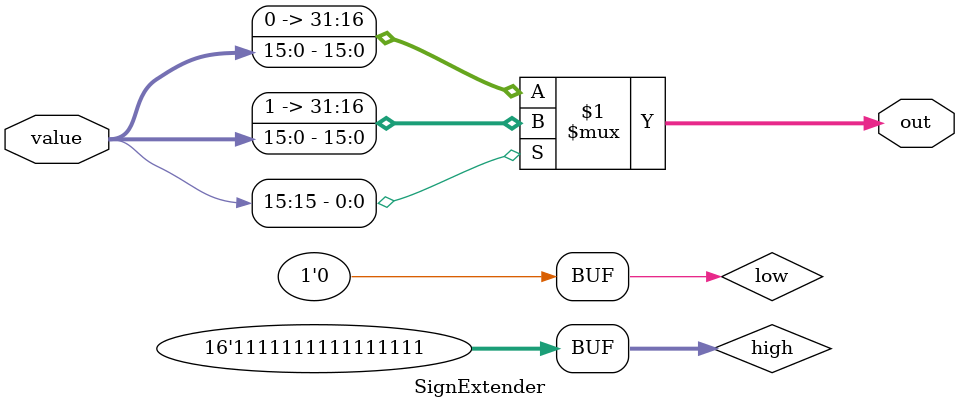
<source format=sv>
`timescale 1ns / 1ps


module SignExtender(
    input [15:0] value,
    output [31:0] out
    );
    
    wire [15:0] high;
    assign high = {16{1'b1}};
    assign low = {16{1'b0}};
    assign out = value[15] ? {high, value} : {low, value};
endmodule

</source>
